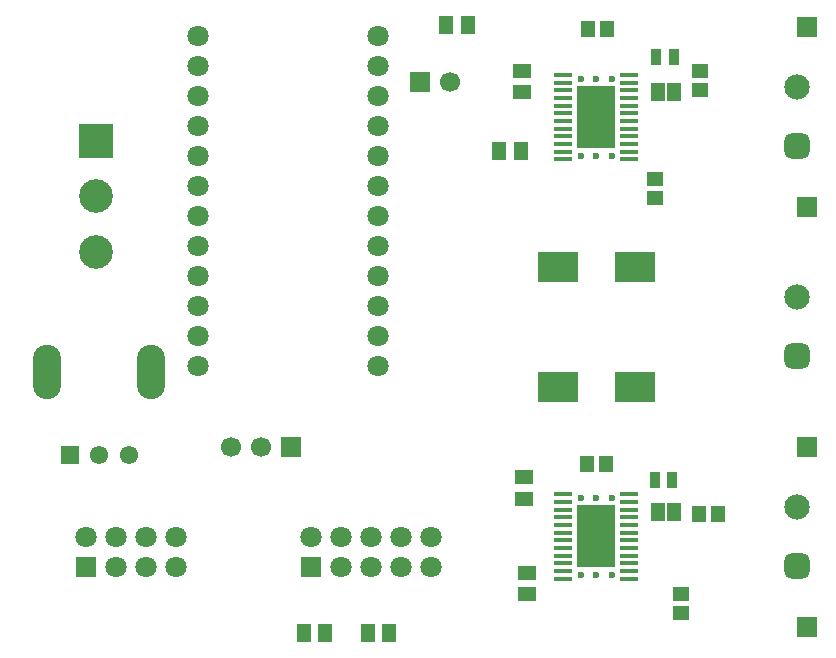
<source format=gbr>
%TF.GenerationSoftware,Altium Limited,Altium Designer,23.9.2 (47)*%
G04 Layer_Color=8388736*
%FSLAX45Y45*%
%MOMM*%
%TF.SameCoordinates,FB2876E6-207A-4176-94B4-128B36F1A8A2*%
%TF.FilePolarity,Negative*%
%TF.FileFunction,Soldermask,Top*%
%TF.Part,Single*%
G01*
G75*
%TA.AperFunction,SMDPad,CuDef*%
%ADD11R,1.45620X1.30464*%
%ADD12R,3.50000X2.50000*%
%ADD13R,1.30464X1.45620*%
%ADD15R,0.95000X1.35000*%
%ADD18R,1.60000X0.30000*%
%TA.AperFunction,ComponentPad*%
%ADD25C,1.55000*%
%ADD26R,1.55000X1.55000*%
G04:AMPARAMS|DCode=27|XSize=2.4mm|YSize=4.6mm|CornerRadius=1.2mm|HoleSize=0mm|Usage=FLASHONLY|Rotation=0.000|XOffset=0mm|YOffset=0mm|HoleType=Round|Shape=RoundedRectangle|*
%AMROUNDEDRECTD27*
21,1,2.40000,2.20000,0,0,0.0*
21,1,0.00000,4.60000,0,0,0.0*
1,1,2.40000,0.00000,-1.10000*
1,1,2.40000,0.00000,-1.10000*
1,1,2.40000,0.00000,1.10000*
1,1,2.40000,0.00000,1.10000*
%
%ADD27ROUNDEDRECTD27*%
%ADD30C,2.85420*%
%ADD31R,2.85420X2.85420*%
%TA.AperFunction,ViaPad*%
%ADD34C,0.60000*%
%TA.AperFunction,NonConductor*%
%ADD41R,3.19999X5.25998*%
%TA.AperFunction,SMDPad,CuDef*%
%ADD42R,1.20000X1.55000*%
%ADD43R,1.55000X1.20000*%
%ADD44R,1.30000X1.55000*%
%TA.AperFunction,ComponentPad*%
%ADD45C,1.80000*%
%ADD46R,1.80000X1.80000*%
%ADD47R,1.70000X1.70000*%
%ADD48C,1.70000*%
G04:AMPARAMS|DCode=49|XSize=2.15mm|YSize=2.15mm|CornerRadius=0.5875mm|HoleSize=0mm|Usage=FLASHONLY|Rotation=90.000|XOffset=0mm|YOffset=0mm|HoleType=Round|Shape=RoundedRectangle|*
%AMROUNDEDRECTD49*
21,1,2.15000,0.97500,0,0,90.0*
21,1,0.97500,2.15000,0,0,90.0*
1,1,1.17500,0.48750,0.48750*
1,1,1.17500,0.48750,-0.48750*
1,1,1.17500,-0.48750,-0.48750*
1,1,1.17500,-0.48750,0.48750*
%
%ADD49ROUNDEDRECTD49*%
%ADD50C,2.15000*%
D11*
X16340002Y3070576D02*
D03*
Y2909423D02*
D03*
X16500003Y7501158D02*
D03*
Y7340001D02*
D03*
X16119998Y6429421D02*
D03*
Y6590579D02*
D03*
D12*
X15945998Y5842000D02*
D03*
X15296002D02*
D03*
X15945998Y4826000D02*
D03*
X15296002D02*
D03*
D13*
X16650578Y3750000D02*
D03*
X16489426D02*
D03*
X15710580Y7860000D02*
D03*
X15549423D02*
D03*
X15700578Y4169999D02*
D03*
X15539420D02*
D03*
D15*
X16274998Y7620000D02*
D03*
X16125002D02*
D03*
X16265002Y4040002D02*
D03*
X16114999D02*
D03*
D18*
X15899998Y3917498D02*
D03*
Y3852499D02*
D03*
Y3787501D02*
D03*
Y3722502D02*
D03*
Y3657498D02*
D03*
Y3592500D02*
D03*
Y3527501D02*
D03*
Y3462503D02*
D03*
Y3397499D02*
D03*
Y3332500D02*
D03*
Y3267502D02*
D03*
Y3202498D02*
D03*
X15339999D02*
D03*
Y3267502D02*
D03*
Y3332500D02*
D03*
Y3397499D02*
D03*
Y3462503D02*
D03*
Y3527501D02*
D03*
Y3592500D02*
D03*
Y3657498D02*
D03*
Y3722502D02*
D03*
Y3787501D02*
D03*
Y3852499D02*
D03*
Y3917498D02*
D03*
X15899998Y7467498D02*
D03*
Y7402500D02*
D03*
Y7337501D02*
D03*
Y7272503D02*
D03*
Y7207499D02*
D03*
Y7142500D02*
D03*
Y7077502D02*
D03*
Y7012498D02*
D03*
Y6947499D02*
D03*
Y6882501D02*
D03*
Y6817502D02*
D03*
Y6752499D02*
D03*
X15339999D02*
D03*
Y6817502D02*
D03*
Y6882501D02*
D03*
Y6947499D02*
D03*
Y7012498D02*
D03*
Y7077502D02*
D03*
Y7142500D02*
D03*
Y7207499D02*
D03*
Y7272503D02*
D03*
Y7337501D02*
D03*
Y7402500D02*
D03*
Y7467498D02*
D03*
D25*
X11660002Y4249999D02*
D03*
X11410000D02*
D03*
D26*
X11159998D02*
D03*
D27*
X11849999Y4949998D02*
D03*
X10970001D02*
D03*
D30*
X11380003Y5970102D02*
D03*
Y6440002D02*
D03*
D31*
Y6909902D02*
D03*
D34*
X15620000Y3235000D02*
D03*
Y3365002D02*
D03*
Y3494999D02*
D03*
Y3625002D02*
D03*
Y3754999D02*
D03*
Y3885001D02*
D03*
X15750002Y3235000D02*
D03*
Y3365002D02*
D03*
Y3494999D02*
D03*
Y3625002D02*
D03*
Y3754999D02*
D03*
Y3885001D02*
D03*
X15490002Y3235000D02*
D03*
Y3365002D02*
D03*
Y3494999D02*
D03*
Y3625002D02*
D03*
Y3754999D02*
D03*
Y3885001D02*
D03*
X15620000Y6785000D02*
D03*
Y6914998D02*
D03*
Y7045000D02*
D03*
Y7175002D02*
D03*
Y7304999D02*
D03*
Y7435002D02*
D03*
X15750002Y6785000D02*
D03*
Y6914998D02*
D03*
Y7045000D02*
D03*
Y7175002D02*
D03*
Y7304999D02*
D03*
Y7435002D02*
D03*
X15490002Y6785000D02*
D03*
Y6914998D02*
D03*
Y7045000D02*
D03*
Y7175002D02*
D03*
Y7304999D02*
D03*
Y7435002D02*
D03*
D41*
X15620000Y3560000D02*
D03*
Y7110001D02*
D03*
D42*
X13686998Y2741000D02*
D03*
X13867001D02*
D03*
X13142000D02*
D03*
X13322000D02*
D03*
X14799998Y6820001D02*
D03*
X14979997D02*
D03*
X14349998Y7890002D02*
D03*
X14529999D02*
D03*
D43*
X14990002Y7319996D02*
D03*
Y7499995D02*
D03*
X15010001Y3880002D02*
D03*
Y4060002D02*
D03*
X15029999Y3070002D02*
D03*
Y3250002D02*
D03*
D44*
X16279997Y7320001D02*
D03*
X16139998D02*
D03*
X16280003Y3770005D02*
D03*
X16140002D02*
D03*
D45*
X12065000Y3556000D02*
D03*
X11811000D02*
D03*
X12065000Y3302000D02*
D03*
X11811000D02*
D03*
X11557000Y3556000D02*
D03*
Y3302000D02*
D03*
X11303000Y3556000D02*
D03*
X13774501Y5000498D02*
D03*
X12250501Y7794498D02*
D03*
Y7540498D02*
D03*
Y7286498D02*
D03*
Y7032498D02*
D03*
Y6778498D02*
D03*
Y6524498D02*
D03*
Y6270498D02*
D03*
Y6016498D02*
D03*
Y5762498D02*
D03*
Y5508498D02*
D03*
Y5254498D02*
D03*
X13774501D02*
D03*
Y5508498D02*
D03*
Y5762498D02*
D03*
Y6016498D02*
D03*
Y6270498D02*
D03*
Y6524498D02*
D03*
Y6778498D02*
D03*
Y7032498D02*
D03*
Y7286498D02*
D03*
Y7540498D02*
D03*
Y7794498D02*
D03*
X12250501Y5000498D02*
D03*
X14224001Y3556000D02*
D03*
X13970000D02*
D03*
X14224001Y3302000D02*
D03*
X13970000D02*
D03*
X13716000Y3556000D02*
D03*
Y3302000D02*
D03*
X13462000Y3556000D02*
D03*
Y3302000D02*
D03*
X13208000Y3556000D02*
D03*
D46*
X11303000Y3302000D02*
D03*
X13208000D02*
D03*
D47*
X13034000Y4320002D02*
D03*
X17400002Y2790002D02*
D03*
Y4320002D02*
D03*
X14126003Y7409998D02*
D03*
X17400002Y7870002D02*
D03*
Y6350000D02*
D03*
D48*
X12780000Y4320002D02*
D03*
X12526000D02*
D03*
X14380002Y7409998D02*
D03*
D49*
X17317004Y6862003D02*
D03*
Y5084003D02*
D03*
Y3306003D02*
D03*
D50*
Y7362002D02*
D03*
Y5584002D02*
D03*
Y3806002D02*
D03*
%TF.MD5,8182e68ee980080c6634e1e589787abd*%
M02*

</source>
